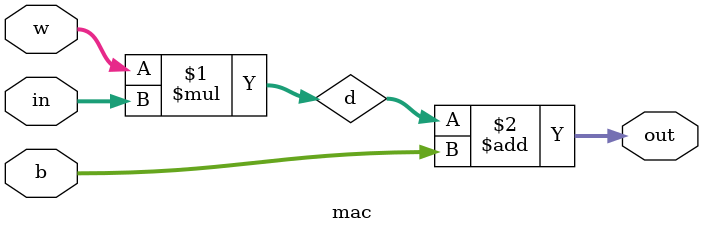
<source format=v>
`timescale 1ns / 1ps
module mac(
    input [7:0] in,
    input [7:0] w,
    input [7:0] b,
    output [15:0] out
    );

wire [15:0] d;

assign d = w * in;

assign out = d + b;
 

endmodule

</source>
